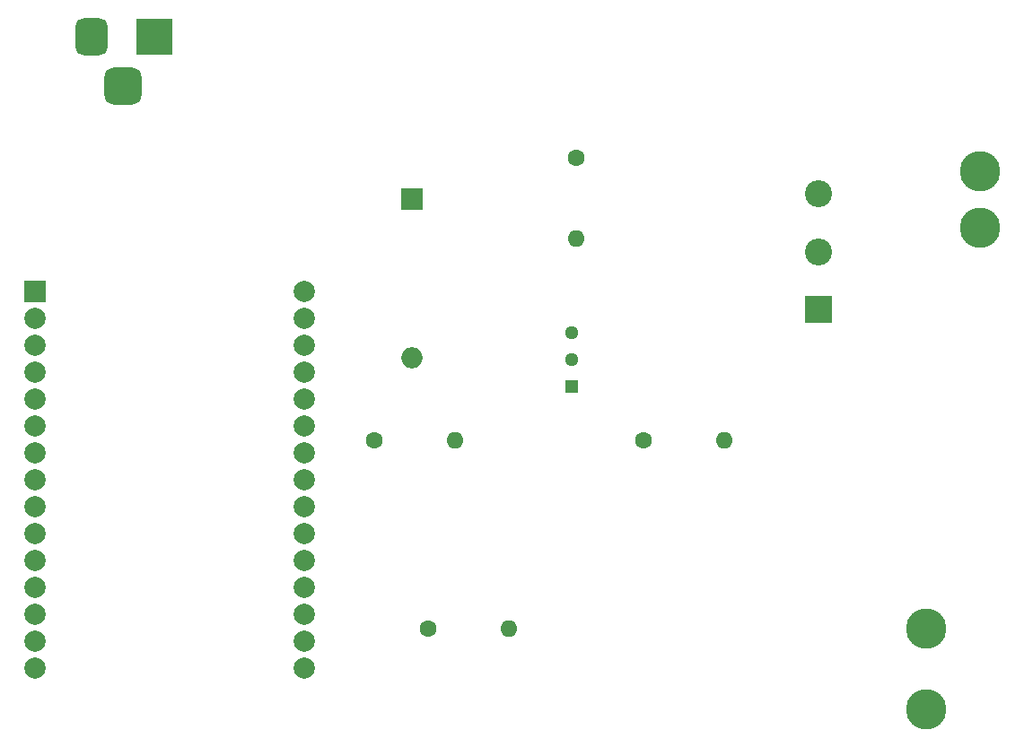
<source format=gbr>
%TF.GenerationSoftware,KiCad,Pcbnew,7.0.9*%
%TF.CreationDate,2023-11-29T01:17:11-05:00*%
%TF.ProjectId,Control Tempeture,436f6e74-726f-46c2-9054-656d70657475,rev?*%
%TF.SameCoordinates,Original*%
%TF.FileFunction,Copper,L2,Bot*%
%TF.FilePolarity,Positive*%
%FSLAX46Y46*%
G04 Gerber Fmt 4.6, Leading zero omitted, Abs format (unit mm)*
G04 Created by KiCad (PCBNEW 7.0.9) date 2023-11-29 01:17:11*
%MOMM*%
%LPD*%
G01*
G04 APERTURE LIST*
G04 Aperture macros list*
%AMRoundRect*
0 Rectangle with rounded corners*
0 $1 Rounding radius*
0 $2 $3 $4 $5 $6 $7 $8 $9 X,Y pos of 4 corners*
0 Add a 4 corners polygon primitive as box body*
4,1,4,$2,$3,$4,$5,$6,$7,$8,$9,$2,$3,0*
0 Add four circle primitives for the rounded corners*
1,1,$1+$1,$2,$3*
1,1,$1+$1,$4,$5*
1,1,$1+$1,$6,$7*
1,1,$1+$1,$8,$9*
0 Add four rect primitives between the rounded corners*
20,1,$1+$1,$2,$3,$4,$5,0*
20,1,$1+$1,$4,$5,$6,$7,0*
20,1,$1+$1,$6,$7,$8,$9,0*
20,1,$1+$1,$8,$9,$2,$3,0*%
G04 Aperture macros list end*
%TA.AperFunction,ComponentPad*%
%ADD10R,2.000000X2.000000*%
%TD*%
%TA.AperFunction,ComponentPad*%
%ADD11O,2.000000X2.000000*%
%TD*%
%TA.AperFunction,ComponentPad*%
%ADD12C,2.000000*%
%TD*%
%TA.AperFunction,ComponentPad*%
%ADD13C,3.800000*%
%TD*%
%TA.AperFunction,ComponentPad*%
%ADD14C,1.600000*%
%TD*%
%TA.AperFunction,ComponentPad*%
%ADD15O,1.600000X1.600000*%
%TD*%
%TA.AperFunction,ComponentPad*%
%ADD16R,1.298000X1.298000*%
%TD*%
%TA.AperFunction,ComponentPad*%
%ADD17C,1.298000*%
%TD*%
%TA.AperFunction,ComponentPad*%
%ADD18R,2.550000X2.550000*%
%TD*%
%TA.AperFunction,ComponentPad*%
%ADD19C,2.550000*%
%TD*%
%TA.AperFunction,ComponentPad*%
%ADD20R,3.500000X3.500000*%
%TD*%
%TA.AperFunction,ComponentPad*%
%ADD21RoundRect,0.750000X-0.750000X-1.000000X0.750000X-1.000000X0.750000X1.000000X-0.750000X1.000000X0*%
%TD*%
%TA.AperFunction,ComponentPad*%
%ADD22RoundRect,0.875000X-0.875000X-0.875000X0.875000X-0.875000X0.875000X0.875000X-0.875000X0.875000X0*%
%TD*%
G04 APERTURE END LIST*
D10*
%TO.P,C1,1*%
%TO.N,Net-(U1-VIN)*%
X98817500Y-61080000D03*
D11*
%TO.P,C1,2*%
%TO.N,GND*%
X98817500Y-76080000D03*
%TD*%
D10*
%TO.P,U1,1,3V3*%
%TO.N,Net-(U1-3V3)*%
X63285000Y-69760000D03*
D12*
%TO.P,U1,2,GND*%
%TO.N,GND*%
X63285000Y-72300000D03*
%TO.P,U1,3,D15*%
%TO.N,unconnected-(U1-D15-Pad3)*%
X63285000Y-74840000D03*
%TO.P,U1,4,D2*%
%TO.N,unconnected-(U1-D2-Pad4)*%
X63285000Y-77380000D03*
%TO.P,U1,5,D4*%
%TO.N,unconnected-(U1-D4-Pad5)*%
X63285000Y-79920000D03*
%TO.P,U1,6,RX2*%
%TO.N,unconnected-(U1-RX2-Pad6)*%
X63285000Y-82460000D03*
%TO.P,U1,7,TX2*%
%TO.N,unconnected-(U1-TX2-Pad7)*%
X63285000Y-85000000D03*
%TO.P,U1,8,D5*%
%TO.N,unconnected-(U1-D5-Pad8)*%
X63285000Y-87540000D03*
%TO.P,U1,9,D18*%
%TO.N,unconnected-(U1-D18-Pad9)*%
X63285000Y-90080000D03*
%TO.P,U1,10,D19*%
%TO.N,unconnected-(U1-D19-Pad10)*%
X63285000Y-92620000D03*
%TO.P,U1,11,D21*%
%TO.N,unconnected-(U1-D21-Pad11)*%
X63285000Y-95160000D03*
%TO.P,U1,12,RX0*%
%TO.N,unconnected-(U1-RX0-Pad12)*%
X63285000Y-97700000D03*
%TO.P,U1,13,TX0*%
%TO.N,unconnected-(U1-TX0-Pad13)*%
X63285000Y-100240000D03*
%TO.P,U1,14,D22*%
%TO.N,unconnected-(U1-D22-Pad14)*%
X63285000Y-102780000D03*
%TO.P,U1,15,D23*%
%TO.N,unconnected-(U1-D23-Pad15)*%
X63285000Y-105320000D03*
%TO.P,U1,16,EN*%
%TO.N,unconnected-(U1-EN-Pad16)*%
X88685000Y-105320000D03*
%TO.P,U1,17,VP*%
%TO.N,unconnected-(U1-VP-Pad17)*%
X88685000Y-102780000D03*
%TO.P,U1,18,VN*%
%TO.N,unconnected-(U1-VN-Pad18)*%
X88685000Y-100240000D03*
%TO.P,U1,19,D34*%
%TO.N,unconnected-(U1-D34-Pad19)*%
X88685000Y-97700000D03*
%TO.P,U1,20,D35*%
%TO.N,unconnected-(U1-D35-Pad20)*%
X88685000Y-95160000D03*
%TO.P,U1,21,D32*%
%TO.N,unconnected-(U1-D32-Pad21)*%
X88685000Y-92620000D03*
%TO.P,U1,22,D33*%
%TO.N,unconnected-(U1-D33-Pad22)*%
X88685000Y-90080000D03*
%TO.P,U1,23,D25*%
%TO.N,Net-(U1-D25)*%
X88685000Y-87540000D03*
%TO.P,U1,24,D26*%
%TO.N,Hot*%
X88685000Y-85000000D03*
%TO.P,U1,25,D27*%
%TO.N,unconnected-(U1-D27-Pad25)*%
X88685000Y-82460000D03*
%TO.P,U1,26,D14*%
%TO.N,unconnected-(U1-D14-Pad26)*%
X88685000Y-79920000D03*
%TO.P,U1,27,D12*%
%TO.N,unconnected-(U1-D12-Pad27)*%
X88685000Y-77380000D03*
%TO.P,U1,28,D13*%
%TO.N,unconnected-(U1-D13-Pad28)*%
X88685000Y-74840000D03*
%TO.P,U1,29,GND*%
%TO.N,GND*%
X88685000Y-72300000D03*
%TO.P,U1,30,VIN*%
%TO.N,Net-(U1-VIN)*%
X88685000Y-69760000D03*
%TD*%
D13*
%TO.P,H4,1,1*%
%TO.N,Net-(U1-D25)*%
X147320000Y-101600000D03*
%TD*%
D14*
%TO.P,R4,1*%
%TO.N,Net-(U1-3V3)*%
X100330000Y-101600000D03*
D15*
%TO.P,R4,2*%
%TO.N,Net-(U1-D25)*%
X107950000Y-101600000D03*
%TD*%
D14*
%TO.P,R2,1*%
%TO.N,Net-(Q1-Pad3)*%
X120650000Y-83820000D03*
D15*
%TO.P,R2,2*%
%TO.N,Net-(Q2-Pad1)*%
X128270000Y-83820000D03*
%TD*%
D13*
%TO.P,H3,1,1*%
%TO.N,GND*%
X147320000Y-109220000D03*
%TD*%
%TO.P,H1,1,1*%
%TO.N,Net-(H1-Pad1)*%
X152400000Y-58420000D03*
%TD*%
%TO.P,H2,1,1*%
%TO.N,GND*%
X152400000Y-63770000D03*
%TD*%
D14*
%TO.P,R1,1*%
%TO.N,Net-(U2-VI)*%
X114300000Y-57150000D03*
D15*
%TO.P,R1,2*%
%TO.N,Net-(Q1-Pad3)*%
X114300000Y-64770000D03*
%TD*%
D16*
%TO.P,Q1,1*%
%TO.N,GND*%
X113880000Y-78740000D03*
D17*
%TO.P,Q1,2*%
%TO.N,Net-(Q1-Pad2)*%
X113880000Y-76200000D03*
%TO.P,Q1,3*%
%TO.N,Net-(Q1-Pad3)*%
X113880000Y-73660000D03*
%TD*%
D18*
%TO.P,Q2,1*%
%TO.N,Net-(Q2-Pad1)*%
X137160000Y-71490000D03*
D19*
%TO.P,Q2,2*%
%TO.N,Net-(U2-VI)*%
X137160000Y-66040000D03*
%TO.P,Q2,3*%
%TO.N,Net-(H1-Pad1)*%
X137160000Y-60590000D03*
%TD*%
D14*
%TO.P,R3,1*%
%TO.N,Hot*%
X95250000Y-83820000D03*
D15*
%TO.P,R3,2*%
%TO.N,Net-(Q1-Pad2)*%
X102870000Y-83820000D03*
%TD*%
D20*
%TO.P,J1,1*%
%TO.N,Net-(U2-VI)*%
X74580000Y-45720000D03*
D21*
%TO.P,J1,2*%
%TO.N,GND*%
X68580000Y-45720000D03*
D22*
%TO.P,J1,3*%
X71580000Y-50420000D03*
%TD*%
M02*

</source>
